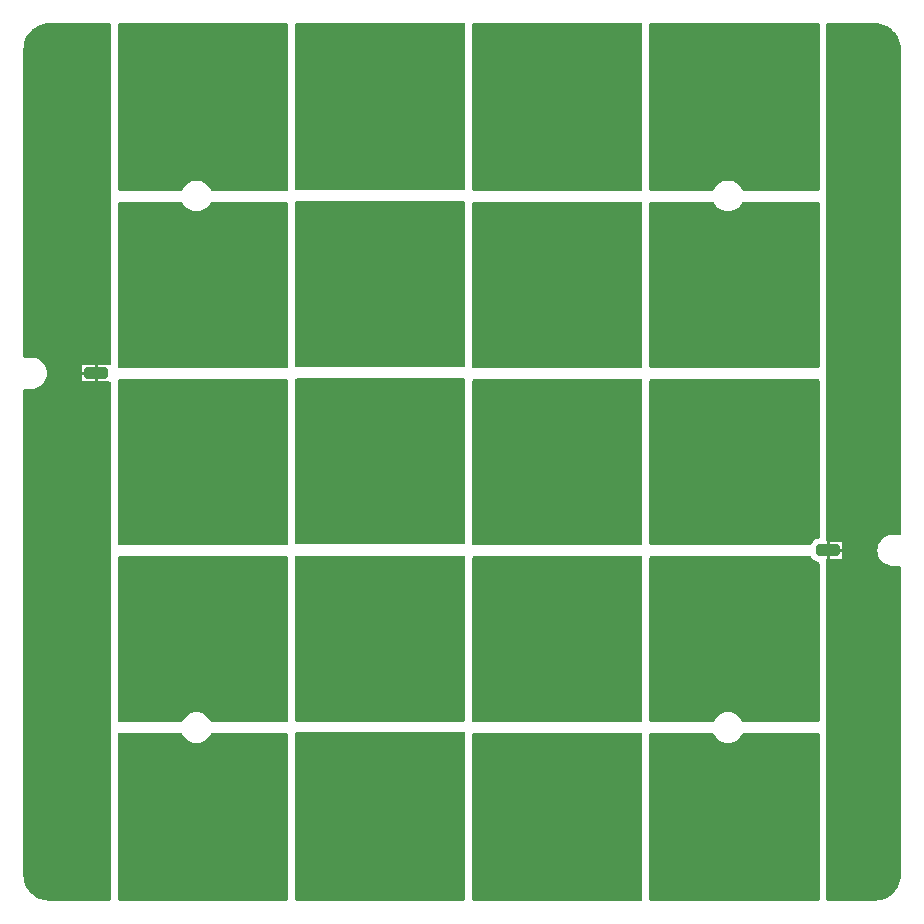
<source format=gtl>
G04 #@! TF.GenerationSoftware,KiCad,Pcbnew,7.0.9*
G04 #@! TF.CreationDate,2024-01-01T14:08:29+01:00*
G04 #@! TF.ProjectId,LEDPcb,4c454450-6362-42e6-9b69-6361645f7063,rev?*
G04 #@! TF.SameCoordinates,Original*
G04 #@! TF.FileFunction,Copper,L1,Top*
G04 #@! TF.FilePolarity,Positive*
%FSLAX46Y46*%
G04 Gerber Fmt 4.6, Leading zero omitted, Abs format (unit mm)*
G04 Created by KiCad (PCBNEW 7.0.9) date 2024-01-01 14:08:29*
%MOMM*%
%LPD*%
G01*
G04 APERTURE LIST*
G04 Aperture macros list*
%AMRoundRect*
0 Rectangle with rounded corners*
0 $1 Rounding radius*
0 $2 $3 $4 $5 $6 $7 $8 $9 X,Y pos of 4 corners*
0 Add a 4 corners polygon primitive as box body*
4,1,4,$2,$3,$4,$5,$6,$7,$8,$9,$2,$3,0*
0 Add four circle primitives for the rounded corners*
1,1,$1+$1,$2,$3*
1,1,$1+$1,$4,$5*
1,1,$1+$1,$6,$7*
1,1,$1+$1,$8,$9*
0 Add four rect primitives between the rounded corners*
20,1,$1+$1,$2,$3,$4,$5,0*
20,1,$1+$1,$4,$5,$6,$7,0*
20,1,$1+$1,$6,$7,$8,$9,0*
20,1,$1+$1,$8,$9,$2,$3,0*%
G04 Aperture macros list end*
G04 #@! TA.AperFunction,SMDPad,CuDef*
%ADD10R,2.200000X1.800000*%
G04 #@! TD*
G04 #@! TA.AperFunction,SMDPad,CuDef*
%ADD11R,1.100000X1.800000*%
G04 #@! TD*
G04 #@! TA.AperFunction,SMDPad,CuDef*
%ADD12RoundRect,0.250000X-0.750000X-0.250000X0.750000X-0.250000X0.750000X0.250000X-0.750000X0.250000X0*%
G04 #@! TD*
G04 #@! TA.AperFunction,Conductor*
%ADD13C,0.250000*%
G04 #@! TD*
G04 APERTURE END LIST*
D10*
X136605000Y-112550000D03*
D11*
X138845000Y-112550000D03*
D10*
X136605000Y-52550000D03*
D11*
X138845000Y-52550000D03*
D10*
X166605000Y-82550000D03*
D11*
X168845000Y-82550000D03*
D10*
X151605000Y-52550000D03*
D11*
X153845000Y-52550000D03*
D10*
X106605000Y-82550000D03*
D11*
X108845000Y-82550000D03*
D10*
X166605000Y-67550000D03*
D11*
X168845000Y-67550000D03*
D10*
X121605000Y-97550000D03*
D11*
X123845000Y-97550000D03*
D10*
X136605000Y-67550000D03*
D11*
X138845000Y-67550000D03*
D10*
X121605000Y-112550000D03*
D11*
X123845000Y-112550000D03*
D12*
X106450000Y-75050000D03*
D10*
X106605000Y-112550000D03*
D11*
X108845000Y-112550000D03*
D10*
X121605000Y-52550000D03*
D11*
X123845000Y-52550000D03*
D10*
X151605000Y-112550000D03*
D11*
X153845000Y-112550000D03*
D10*
X106605000Y-97550000D03*
D11*
X108845000Y-97550000D03*
D10*
X106605000Y-67550000D03*
D11*
X108845000Y-67550000D03*
D10*
X151605000Y-82550000D03*
D11*
X153845000Y-82550000D03*
D10*
X166605000Y-52550000D03*
D11*
X168845000Y-52550000D03*
D10*
X121605000Y-67550000D03*
D11*
X123845000Y-67550000D03*
D10*
X151605000Y-67550000D03*
D11*
X153845000Y-67550000D03*
D10*
X166605000Y-112550000D03*
D11*
X168845000Y-112550000D03*
D10*
X166605000Y-97550000D03*
D11*
X168845000Y-97550000D03*
D12*
X168450000Y-90050000D03*
D10*
X121605000Y-82550000D03*
D11*
X123845000Y-82550000D03*
D10*
X136605000Y-97550000D03*
D11*
X138845000Y-97550000D03*
D10*
X136605000Y-82550000D03*
D11*
X138845000Y-82550000D03*
D10*
X106605000Y-52550000D03*
D11*
X108845000Y-52550000D03*
D10*
X151605000Y-97550000D03*
D11*
X153845000Y-97550000D03*
D13*
X106450000Y-75050000D02*
X106450000Y-76050000D01*
X106450000Y-75050000D02*
X106450000Y-73950000D01*
X106450000Y-75050000D02*
X104750000Y-75050000D01*
X168450000Y-90050000D02*
X170050000Y-90050000D01*
X168450000Y-90050000D02*
X168450000Y-89000000D01*
X168450000Y-90050000D02*
X168450000Y-91050000D01*
G04 #@! TA.AperFunction,Conductor*
G36*
X152643039Y-105519685D02*
G01*
X152688794Y-105572489D01*
X152700000Y-105624000D01*
X152700000Y-119575500D01*
X152680315Y-119642539D01*
X152627511Y-119688294D01*
X152576000Y-119699500D01*
X138424000Y-119699500D01*
X138356961Y-119679815D01*
X138311206Y-119627011D01*
X138300000Y-119575500D01*
X138300000Y-105624000D01*
X138319685Y-105556961D01*
X138372489Y-105511206D01*
X138424000Y-105500000D01*
X152576000Y-105500000D01*
X152643039Y-105519685D01*
G37*
G04 #@! TD.AperFunction*
G04 #@! TA.AperFunction,Conductor*
G36*
X152643039Y-75569685D02*
G01*
X152688794Y-75622489D01*
X152700000Y-75674000D01*
X152700000Y-89476000D01*
X152680315Y-89543039D01*
X152627511Y-89588794D01*
X152576000Y-89600000D01*
X138424000Y-89600000D01*
X138356961Y-89580315D01*
X138311206Y-89527511D01*
X138300000Y-89476000D01*
X138300000Y-75674000D01*
X138319685Y-75606961D01*
X138372489Y-75561206D01*
X138424000Y-75550000D01*
X152576000Y-75550000D01*
X152643039Y-75569685D01*
G37*
G04 #@! TD.AperFunction*
G04 #@! TA.AperFunction,Conductor*
G36*
X152643039Y-45420185D02*
G01*
X152688794Y-45472989D01*
X152700000Y-45524500D01*
X152700000Y-59476000D01*
X152680315Y-59543039D01*
X152627511Y-59588794D01*
X152576000Y-59600000D01*
X138424000Y-59600000D01*
X138356961Y-59580315D01*
X138311206Y-59527511D01*
X138300000Y-59476000D01*
X138300000Y-45524500D01*
X138319685Y-45457461D01*
X138372489Y-45411706D01*
X138424000Y-45400500D01*
X152576000Y-45400500D01*
X152643039Y-45420185D01*
G37*
G04 #@! TD.AperFunction*
G04 #@! TA.AperFunction,Conductor*
G36*
X166970897Y-90569685D02*
G01*
X167009772Y-90614187D01*
X167011395Y-90613187D01*
X167015185Y-90619332D01*
X167015186Y-90619334D01*
X167107288Y-90768656D01*
X167231344Y-90892712D01*
X167380666Y-90984814D01*
X167547203Y-91039999D01*
X167588601Y-91044228D01*
X167653293Y-91070623D01*
X167693445Y-91127804D01*
X167700000Y-91167586D01*
X167700000Y-104476000D01*
X167680315Y-104543039D01*
X167627511Y-104588794D01*
X167576000Y-104600000D01*
X161254101Y-104600000D01*
X161187062Y-104580315D01*
X161141720Y-104528406D01*
X161080568Y-104397266D01*
X160950047Y-104210861D01*
X160950045Y-104210858D01*
X160789141Y-104049954D01*
X160602734Y-103919432D01*
X160602732Y-103919431D01*
X160396497Y-103823261D01*
X160396488Y-103823258D01*
X160176697Y-103764366D01*
X160176687Y-103764364D01*
X160006784Y-103749500D01*
X159893216Y-103749500D01*
X159723312Y-103764364D01*
X159723302Y-103764366D01*
X159503511Y-103823258D01*
X159503502Y-103823261D01*
X159297267Y-103919431D01*
X159297265Y-103919432D01*
X159110858Y-104049954D01*
X158949954Y-104210858D01*
X158819432Y-104397265D01*
X158819431Y-104397267D01*
X158788683Y-104463206D01*
X158758279Y-104528406D01*
X158712109Y-104580844D01*
X158645899Y-104600000D01*
X153424000Y-104600000D01*
X153356961Y-104580315D01*
X153311206Y-104527511D01*
X153300000Y-104476000D01*
X153300000Y-90674000D01*
X153319685Y-90606961D01*
X153372489Y-90561206D01*
X153424000Y-90550000D01*
X166903858Y-90550000D01*
X166970897Y-90569685D01*
G37*
G04 #@! TD.AperFunction*
G04 #@! TA.AperFunction,Conductor*
G36*
X137643039Y-60519685D02*
G01*
X137688794Y-60572489D01*
X137700000Y-60624000D01*
X137700000Y-74426000D01*
X137680315Y-74493039D01*
X137627511Y-74538794D01*
X137576000Y-74550000D01*
X123424000Y-74550000D01*
X123356961Y-74530315D01*
X123311206Y-74477511D01*
X123300000Y-74426000D01*
X123300000Y-60624000D01*
X123319685Y-60556961D01*
X123372489Y-60511206D01*
X123424000Y-60500000D01*
X137576000Y-60500000D01*
X137643039Y-60519685D01*
G37*
G04 #@! TD.AperFunction*
G04 #@! TA.AperFunction,Conductor*
G36*
X137643039Y-90519685D02*
G01*
X137688794Y-90572489D01*
X137700000Y-90624000D01*
X137700000Y-104426000D01*
X137680315Y-104493039D01*
X137627511Y-104538794D01*
X137576000Y-104550000D01*
X123424000Y-104550000D01*
X123356961Y-104530315D01*
X123311206Y-104477511D01*
X123300000Y-104426000D01*
X123300000Y-90624000D01*
X123319685Y-90556961D01*
X123372489Y-90511206D01*
X123424000Y-90500000D01*
X137576000Y-90500000D01*
X137643039Y-90519685D01*
G37*
G04 #@! TD.AperFunction*
G04 #@! TA.AperFunction,Conductor*
G36*
X152643039Y-90569685D02*
G01*
X152688794Y-90622489D01*
X152700000Y-90674000D01*
X152700000Y-104476000D01*
X152680315Y-104543039D01*
X152627511Y-104588794D01*
X152576000Y-104600000D01*
X138424000Y-104600000D01*
X138356961Y-104580315D01*
X138311206Y-104527511D01*
X138300000Y-104476000D01*
X138300000Y-90674000D01*
X138319685Y-90606961D01*
X138372489Y-90561206D01*
X138424000Y-90550000D01*
X152576000Y-90550000D01*
X152643039Y-90569685D01*
G37*
G04 #@! TD.AperFunction*
G04 #@! TA.AperFunction,Conductor*
G36*
X137643039Y-75519685D02*
G01*
X137688794Y-75572489D01*
X137700000Y-75624000D01*
X137700000Y-89426000D01*
X137680315Y-89493039D01*
X137627511Y-89538794D01*
X137576000Y-89550000D01*
X123424000Y-89550000D01*
X123356961Y-89530315D01*
X123311206Y-89477511D01*
X123300000Y-89426000D01*
X123300000Y-75624000D01*
X123319685Y-75556961D01*
X123372489Y-75511206D01*
X123424000Y-75500000D01*
X137576000Y-75500000D01*
X137643039Y-75519685D01*
G37*
G04 #@! TD.AperFunction*
G04 #@! TA.AperFunction,Conductor*
G36*
X137643039Y-45420185D02*
G01*
X137688794Y-45472989D01*
X137700000Y-45524500D01*
X137700000Y-59426000D01*
X137680315Y-59493039D01*
X137627511Y-59538794D01*
X137576000Y-59550000D01*
X123424000Y-59550000D01*
X123356961Y-59530315D01*
X123311206Y-59477511D01*
X123300000Y-59426000D01*
X123300000Y-45524500D01*
X123319685Y-45457461D01*
X123372489Y-45411706D01*
X123424000Y-45400500D01*
X137576000Y-45400500D01*
X137643039Y-45420185D01*
G37*
G04 #@! TD.AperFunction*
G04 #@! TA.AperFunction,Conductor*
G36*
X113736253Y-60569685D02*
G01*
X113781596Y-60621595D01*
X113819430Y-60702731D01*
X113949954Y-60889141D01*
X114110858Y-61050045D01*
X114110861Y-61050047D01*
X114297266Y-61180568D01*
X114503504Y-61276739D01*
X114723308Y-61335635D01*
X114893216Y-61350500D01*
X115006784Y-61350500D01*
X115176692Y-61335635D01*
X115396496Y-61276739D01*
X115602734Y-61180568D01*
X115789139Y-61050047D01*
X115950047Y-60889139D01*
X116080568Y-60702734D01*
X116118404Y-60621595D01*
X116164576Y-60569156D01*
X116230786Y-60550000D01*
X122576000Y-60550000D01*
X122643039Y-60569685D01*
X122688794Y-60622489D01*
X122700000Y-60674000D01*
X122700000Y-74476000D01*
X122680315Y-74543039D01*
X122627511Y-74588794D01*
X122576000Y-74600000D01*
X108424000Y-74600000D01*
X108356961Y-74580315D01*
X108311206Y-74527511D01*
X108300000Y-74476000D01*
X108300000Y-60674000D01*
X108319685Y-60606961D01*
X108372489Y-60561206D01*
X108424000Y-60550000D01*
X113669214Y-60550000D01*
X113736253Y-60569685D01*
G37*
G04 #@! TD.AperFunction*
G04 #@! TA.AperFunction,Conductor*
G36*
X167643039Y-75569685D02*
G01*
X167688794Y-75622489D01*
X167700000Y-75674000D01*
X167700000Y-88932414D01*
X167680315Y-88999453D01*
X167627511Y-89045208D01*
X167588602Y-89055772D01*
X167547202Y-89060001D01*
X167547200Y-89060001D01*
X167380668Y-89115185D01*
X167380663Y-89115187D01*
X167231342Y-89207289D01*
X167107289Y-89331342D01*
X167015187Y-89480663D01*
X167015186Y-89480666D01*
X167003807Y-89515005D01*
X166964035Y-89572449D01*
X166899520Y-89599272D01*
X166886102Y-89600000D01*
X153424000Y-89600000D01*
X153356961Y-89580315D01*
X153311206Y-89527511D01*
X153300000Y-89476000D01*
X153300000Y-75674000D01*
X153319685Y-75606961D01*
X153372489Y-75561206D01*
X153424000Y-75550000D01*
X167576000Y-75550000D01*
X167643039Y-75569685D01*
G37*
G04 #@! TD.AperFunction*
G04 #@! TA.AperFunction,Conductor*
G36*
X137643039Y-105469685D02*
G01*
X137688794Y-105522489D01*
X137700000Y-105574000D01*
X137700000Y-119575500D01*
X137680315Y-119642539D01*
X137627511Y-119688294D01*
X137576000Y-119699500D01*
X123424000Y-119699500D01*
X123356961Y-119679815D01*
X123311206Y-119627011D01*
X123300000Y-119575500D01*
X123300000Y-105574000D01*
X123319685Y-105506961D01*
X123372489Y-105461206D01*
X123424000Y-105450000D01*
X137576000Y-105450000D01*
X137643039Y-105469685D01*
G37*
G04 #@! TD.AperFunction*
G04 #@! TA.AperFunction,Conductor*
G36*
X107643039Y-45420185D02*
G01*
X107688794Y-45472989D01*
X107700000Y-45524500D01*
X107700000Y-74226000D01*
X107680315Y-74293039D01*
X107627511Y-74338794D01*
X107576000Y-74350000D01*
X105250000Y-74350000D01*
X105250000Y-75750000D01*
X107576000Y-75750000D01*
X107643039Y-75769685D01*
X107688794Y-75822489D01*
X107700000Y-75874000D01*
X107700000Y-119575500D01*
X107680315Y-119642539D01*
X107627511Y-119688294D01*
X107576000Y-119699500D01*
X102501878Y-119699500D01*
X102498133Y-119699387D01*
X102238624Y-119683689D01*
X102231185Y-119682785D01*
X101977315Y-119636263D01*
X101970039Y-119634469D01*
X101780801Y-119575500D01*
X101723630Y-119557684D01*
X101716628Y-119555028D01*
X101481263Y-119449100D01*
X101474628Y-119445617D01*
X101253754Y-119312094D01*
X101247586Y-119307837D01*
X101044413Y-119148661D01*
X101038812Y-119143699D01*
X100856299Y-118961186D01*
X100851338Y-118955586D01*
X100773935Y-118856789D01*
X100692161Y-118752411D01*
X100687905Y-118746245D01*
X100554382Y-118525371D01*
X100550899Y-118518736D01*
X100444971Y-118283371D01*
X100442318Y-118276378D01*
X100365529Y-118029957D01*
X100363738Y-118022693D01*
X100317214Y-117768814D01*
X100316310Y-117761375D01*
X100300613Y-117501866D01*
X100300500Y-117498122D01*
X100300500Y-76474500D01*
X100320185Y-76407461D01*
X100372989Y-76361706D01*
X100424500Y-76350500D01*
X101107762Y-76350500D01*
X101320348Y-76315026D01*
X101524195Y-76245045D01*
X101713744Y-76142466D01*
X101883823Y-76010088D01*
X102029794Y-75851521D01*
X102147675Y-75671091D01*
X102234251Y-75473719D01*
X102287159Y-75264789D01*
X102304957Y-75050000D01*
X102287159Y-74835211D01*
X102234251Y-74626281D01*
X102147675Y-74428909D01*
X102141705Y-74419772D01*
X102078910Y-74323656D01*
X102029794Y-74248479D01*
X101883823Y-74089912D01*
X101713744Y-73957534D01*
X101713742Y-73957533D01*
X101713741Y-73957532D01*
X101524196Y-73854955D01*
X101524187Y-73854952D01*
X101320350Y-73784974D01*
X101107762Y-73749500D01*
X101056173Y-73749500D01*
X100424500Y-73749500D01*
X100357461Y-73729815D01*
X100311706Y-73677011D01*
X100300500Y-73625500D01*
X100300500Y-47601877D01*
X100300613Y-47598133D01*
X100310013Y-47442727D01*
X100316311Y-47338615D01*
X100317214Y-47331185D01*
X100363739Y-47077302D01*
X100365530Y-47070039D01*
X100442319Y-46823615D01*
X100444971Y-46816628D01*
X100550899Y-46581263D01*
X100554382Y-46574628D01*
X100687905Y-46353754D01*
X100692155Y-46347595D01*
X100851346Y-46144402D01*
X100856291Y-46138821D01*
X101038821Y-45956291D01*
X101044402Y-45951346D01*
X101247595Y-45792155D01*
X101253754Y-45787905D01*
X101474628Y-45654382D01*
X101481263Y-45650899D01*
X101716628Y-45544971D01*
X101723615Y-45542319D01*
X101970046Y-45465528D01*
X101977302Y-45463739D01*
X102231186Y-45417213D01*
X102238615Y-45416311D01*
X102447921Y-45403650D01*
X102498134Y-45400613D01*
X102501878Y-45400500D01*
X107576000Y-45400500D01*
X107643039Y-45420185D01*
G37*
G04 #@! TD.AperFunction*
G04 #@! TA.AperFunction,Conductor*
G36*
X158712938Y-105519685D02*
G01*
X158758279Y-105571593D01*
X158812507Y-105687883D01*
X158819431Y-105702732D01*
X158819432Y-105702734D01*
X158949954Y-105889141D01*
X159110858Y-106050045D01*
X159110861Y-106050047D01*
X159297266Y-106180568D01*
X159503504Y-106276739D01*
X159723308Y-106335635D01*
X159893216Y-106350500D01*
X160006784Y-106350500D01*
X160176692Y-106335635D01*
X160396496Y-106276739D01*
X160602734Y-106180568D01*
X160789139Y-106050047D01*
X160950047Y-105889139D01*
X161080568Y-105702734D01*
X161141720Y-105571593D01*
X161187891Y-105519156D01*
X161254101Y-105500000D01*
X167576000Y-105500000D01*
X167643039Y-105519685D01*
X167688794Y-105572489D01*
X167700000Y-105624000D01*
X167700000Y-119575500D01*
X167680315Y-119642539D01*
X167627511Y-119688294D01*
X167576000Y-119699500D01*
X153424000Y-119699500D01*
X153356961Y-119679815D01*
X153311206Y-119627011D01*
X153300000Y-119575500D01*
X153300000Y-105624000D01*
X153319685Y-105556961D01*
X153372489Y-105511206D01*
X153424000Y-105500000D01*
X158645899Y-105500000D01*
X158712938Y-105519685D01*
G37*
G04 #@! TD.AperFunction*
G04 #@! TA.AperFunction,Conductor*
G36*
X167643039Y-45420185D02*
G01*
X167688794Y-45472989D01*
X167700000Y-45524500D01*
X167700000Y-59476000D01*
X167680315Y-59543039D01*
X167627511Y-59588794D01*
X167576000Y-59600000D01*
X161254101Y-59600000D01*
X161187062Y-59580315D01*
X161141720Y-59528406D01*
X161080568Y-59397266D01*
X160950047Y-59210861D01*
X160950045Y-59210858D01*
X160789141Y-59049954D01*
X160602734Y-58919432D01*
X160602732Y-58919431D01*
X160396497Y-58823261D01*
X160396488Y-58823258D01*
X160176697Y-58764366D01*
X160176687Y-58764364D01*
X160006784Y-58749500D01*
X159893216Y-58749500D01*
X159723312Y-58764364D01*
X159723302Y-58764366D01*
X159503511Y-58823258D01*
X159503502Y-58823261D01*
X159297267Y-58919431D01*
X159297265Y-58919432D01*
X159110858Y-59049954D01*
X158949954Y-59210858D01*
X158819432Y-59397265D01*
X158819431Y-59397267D01*
X158788683Y-59463206D01*
X158758279Y-59528406D01*
X158712109Y-59580844D01*
X158645899Y-59600000D01*
X153424000Y-59600000D01*
X153356961Y-59580315D01*
X153311206Y-59527511D01*
X153300000Y-59476000D01*
X153300000Y-45524500D01*
X153319685Y-45457461D01*
X153372489Y-45411706D01*
X153424000Y-45400500D01*
X167576000Y-45400500D01*
X167643039Y-45420185D01*
G37*
G04 #@! TD.AperFunction*
G04 #@! TA.AperFunction,Conductor*
G36*
X158736253Y-60569685D02*
G01*
X158781596Y-60621595D01*
X158819430Y-60702731D01*
X158949954Y-60889141D01*
X159110858Y-61050045D01*
X159110861Y-61050047D01*
X159297266Y-61180568D01*
X159503504Y-61276739D01*
X159723308Y-61335635D01*
X159893216Y-61350500D01*
X160006784Y-61350500D01*
X160176692Y-61335635D01*
X160396496Y-61276739D01*
X160602734Y-61180568D01*
X160789139Y-61050047D01*
X160950047Y-60889139D01*
X161080568Y-60702734D01*
X161118404Y-60621595D01*
X161164576Y-60569156D01*
X161230786Y-60550000D01*
X167576000Y-60550000D01*
X167643039Y-60569685D01*
X167688794Y-60622489D01*
X167700000Y-60674000D01*
X167700000Y-74476000D01*
X167680315Y-74543039D01*
X167627511Y-74588794D01*
X167576000Y-74600000D01*
X153424000Y-74600000D01*
X153356961Y-74580315D01*
X153311206Y-74527511D01*
X153300000Y-74476000D01*
X153300000Y-60674000D01*
X153319685Y-60606961D01*
X153372489Y-60561206D01*
X153424000Y-60550000D01*
X158669214Y-60550000D01*
X158736253Y-60569685D01*
G37*
G04 #@! TD.AperFunction*
G04 #@! TA.AperFunction,Conductor*
G36*
X122643039Y-90569685D02*
G01*
X122688794Y-90622489D01*
X122700000Y-90674000D01*
X122700000Y-104476000D01*
X122680315Y-104543039D01*
X122627511Y-104588794D01*
X122576000Y-104600000D01*
X116254101Y-104600000D01*
X116187062Y-104580315D01*
X116141720Y-104528406D01*
X116080568Y-104397266D01*
X115950047Y-104210861D01*
X115950045Y-104210858D01*
X115789141Y-104049954D01*
X115602734Y-103919432D01*
X115602732Y-103919431D01*
X115396497Y-103823261D01*
X115396488Y-103823258D01*
X115176697Y-103764366D01*
X115176687Y-103764364D01*
X115006784Y-103749500D01*
X114893216Y-103749500D01*
X114723312Y-103764364D01*
X114723302Y-103764366D01*
X114503511Y-103823258D01*
X114503502Y-103823261D01*
X114297267Y-103919431D01*
X114297265Y-103919432D01*
X114110858Y-104049954D01*
X113949954Y-104210858D01*
X113819432Y-104397265D01*
X113819431Y-104397267D01*
X113788683Y-104463206D01*
X113758279Y-104528406D01*
X113712109Y-104580844D01*
X113645899Y-104600000D01*
X108424000Y-104600000D01*
X108356961Y-104580315D01*
X108311206Y-104527511D01*
X108300000Y-104476000D01*
X108300000Y-90674000D01*
X108319685Y-90606961D01*
X108372489Y-90561206D01*
X108424000Y-90550000D01*
X122576000Y-90550000D01*
X122643039Y-90569685D01*
G37*
G04 #@! TD.AperFunction*
G04 #@! TA.AperFunction,Conductor*
G36*
X122643039Y-45420185D02*
G01*
X122688794Y-45472989D01*
X122700000Y-45524500D01*
X122700000Y-59476000D01*
X122680315Y-59543039D01*
X122627511Y-59588794D01*
X122576000Y-59600000D01*
X116254101Y-59600000D01*
X116187062Y-59580315D01*
X116141720Y-59528406D01*
X116080568Y-59397266D01*
X115950047Y-59210861D01*
X115950045Y-59210858D01*
X115789141Y-59049954D01*
X115602734Y-58919432D01*
X115602732Y-58919431D01*
X115396497Y-58823261D01*
X115396488Y-58823258D01*
X115176697Y-58764366D01*
X115176687Y-58764364D01*
X115006784Y-58749500D01*
X114893216Y-58749500D01*
X114723312Y-58764364D01*
X114723302Y-58764366D01*
X114503511Y-58823258D01*
X114503502Y-58823261D01*
X114297267Y-58919431D01*
X114297265Y-58919432D01*
X114110858Y-59049954D01*
X113949954Y-59210858D01*
X113819432Y-59397265D01*
X113819431Y-59397267D01*
X113788683Y-59463206D01*
X113758279Y-59528406D01*
X113712109Y-59580844D01*
X113645899Y-59600000D01*
X108424000Y-59600000D01*
X108356961Y-59580315D01*
X108311206Y-59527511D01*
X108300000Y-59476000D01*
X108300000Y-45524500D01*
X108319685Y-45457461D01*
X108372489Y-45411706D01*
X108424000Y-45400500D01*
X122576000Y-45400500D01*
X122643039Y-45420185D01*
G37*
G04 #@! TD.AperFunction*
G04 #@! TA.AperFunction,Conductor*
G36*
X113712938Y-105519685D02*
G01*
X113758279Y-105571593D01*
X113812507Y-105687883D01*
X113819431Y-105702732D01*
X113819432Y-105702734D01*
X113949954Y-105889141D01*
X114110858Y-106050045D01*
X114110861Y-106050047D01*
X114297266Y-106180568D01*
X114503504Y-106276739D01*
X114723308Y-106335635D01*
X114893216Y-106350500D01*
X115006784Y-106350500D01*
X115176692Y-106335635D01*
X115396496Y-106276739D01*
X115602734Y-106180568D01*
X115789139Y-106050047D01*
X115950047Y-105889139D01*
X116080568Y-105702734D01*
X116141720Y-105571593D01*
X116187891Y-105519156D01*
X116254101Y-105500000D01*
X122576000Y-105500000D01*
X122643039Y-105519685D01*
X122688794Y-105572489D01*
X122700000Y-105624000D01*
X122700000Y-119575500D01*
X122680315Y-119642539D01*
X122627511Y-119688294D01*
X122576000Y-119699500D01*
X108424000Y-119699500D01*
X108356961Y-119679815D01*
X108311206Y-119627011D01*
X108300000Y-119575500D01*
X108300000Y-105624000D01*
X108319685Y-105556961D01*
X108372489Y-105511206D01*
X108424000Y-105500000D01*
X113645899Y-105500000D01*
X113712938Y-105519685D01*
G37*
G04 #@! TD.AperFunction*
G04 #@! TA.AperFunction,Conductor*
G36*
X122643039Y-75569685D02*
G01*
X122688794Y-75622489D01*
X122700000Y-75674000D01*
X122700000Y-89476000D01*
X122680315Y-89543039D01*
X122627511Y-89588794D01*
X122576000Y-89600000D01*
X108424000Y-89600000D01*
X108356961Y-89580315D01*
X108311206Y-89527511D01*
X108300000Y-89476000D01*
X108300000Y-75674000D01*
X108319685Y-75606961D01*
X108372489Y-75561206D01*
X108424000Y-75550000D01*
X122576000Y-75550000D01*
X122643039Y-75569685D01*
G37*
G04 #@! TD.AperFunction*
G04 #@! TA.AperFunction,Conductor*
G36*
X152643039Y-60569685D02*
G01*
X152688794Y-60622489D01*
X152700000Y-60674000D01*
X152700000Y-74476000D01*
X152680315Y-74543039D01*
X152627511Y-74588794D01*
X152576000Y-74600000D01*
X138424000Y-74600000D01*
X138356961Y-74580315D01*
X138311206Y-74527511D01*
X138300000Y-74476000D01*
X138300000Y-60674000D01*
X138319685Y-60606961D01*
X138372489Y-60561206D01*
X138424000Y-60550000D01*
X152576000Y-60550000D01*
X152643039Y-60569685D01*
G37*
G04 #@! TD.AperFunction*
G04 #@! TA.AperFunction,Conductor*
G36*
X172401866Y-45400613D02*
G01*
X172457200Y-45403960D01*
X172661382Y-45416310D01*
X172668814Y-45417214D01*
X172922693Y-45463738D01*
X172929957Y-45465529D01*
X173176378Y-45542318D01*
X173183371Y-45544971D01*
X173418736Y-45650899D01*
X173425371Y-45654382D01*
X173646245Y-45787905D01*
X173652413Y-45792162D01*
X173855586Y-45951338D01*
X173861186Y-45956299D01*
X174043699Y-46138812D01*
X174048661Y-46144413D01*
X174207837Y-46347586D01*
X174212094Y-46353754D01*
X174345617Y-46574628D01*
X174349100Y-46581263D01*
X174455028Y-46816628D01*
X174457686Y-46823634D01*
X174534469Y-47070039D01*
X174536263Y-47077315D01*
X174582785Y-47331185D01*
X174583689Y-47338624D01*
X174599387Y-47598132D01*
X174599500Y-47601877D01*
X174599500Y-88625500D01*
X174579815Y-88692539D01*
X174527011Y-88738294D01*
X174475500Y-88749500D01*
X173792238Y-88749500D01*
X173579649Y-88784974D01*
X173375812Y-88854952D01*
X173375803Y-88854955D01*
X173186258Y-88957532D01*
X173016178Y-89089911D01*
X172870207Y-89248477D01*
X172870204Y-89248481D01*
X172752325Y-89428907D01*
X172665749Y-89626280D01*
X172612840Y-89835214D01*
X172595043Y-90049994D01*
X172595043Y-90050005D01*
X172612840Y-90264785D01*
X172665749Y-90473719D01*
X172752325Y-90671092D01*
X172803552Y-90749500D01*
X172870206Y-90851521D01*
X173016177Y-91010088D01*
X173186256Y-91142466D01*
X173375805Y-91245045D01*
X173579652Y-91315026D01*
X173792238Y-91350500D01*
X173843827Y-91350500D01*
X174475500Y-91350500D01*
X174542539Y-91370185D01*
X174588294Y-91422989D01*
X174599500Y-91474500D01*
X174599500Y-117498122D01*
X174599387Y-117501867D01*
X174583689Y-117761375D01*
X174582785Y-117768814D01*
X174536263Y-118022684D01*
X174534469Y-118029960D01*
X174457686Y-118276365D01*
X174455028Y-118283371D01*
X174349100Y-118518736D01*
X174345617Y-118525371D01*
X174212094Y-118746245D01*
X174207837Y-118752413D01*
X174048661Y-118955586D01*
X174043692Y-118961195D01*
X173861195Y-119143692D01*
X173855586Y-119148661D01*
X173652413Y-119307837D01*
X173646245Y-119312094D01*
X173425371Y-119445617D01*
X173418736Y-119449100D01*
X173183371Y-119555028D01*
X173176365Y-119557686D01*
X172929960Y-119634469D01*
X172922684Y-119636263D01*
X172668814Y-119682785D01*
X172661375Y-119683689D01*
X172401867Y-119699387D01*
X172398122Y-119699500D01*
X168392000Y-119699500D01*
X168324961Y-119679815D01*
X168279206Y-119627011D01*
X168268000Y-119575500D01*
X168268000Y-90874000D01*
X168287685Y-90806961D01*
X168340489Y-90761206D01*
X168392000Y-90750000D01*
X169618000Y-90750000D01*
X169618000Y-89350000D01*
X168408000Y-89350000D01*
X168340961Y-89330315D01*
X168295206Y-89277511D01*
X168284000Y-89226000D01*
X168284000Y-45524500D01*
X168303685Y-45457461D01*
X168356489Y-45411706D01*
X168408000Y-45400500D01*
X172352405Y-45400500D01*
X172398122Y-45400500D01*
X172401866Y-45400613D01*
G37*
G04 #@! TD.AperFunction*
M02*

</source>
